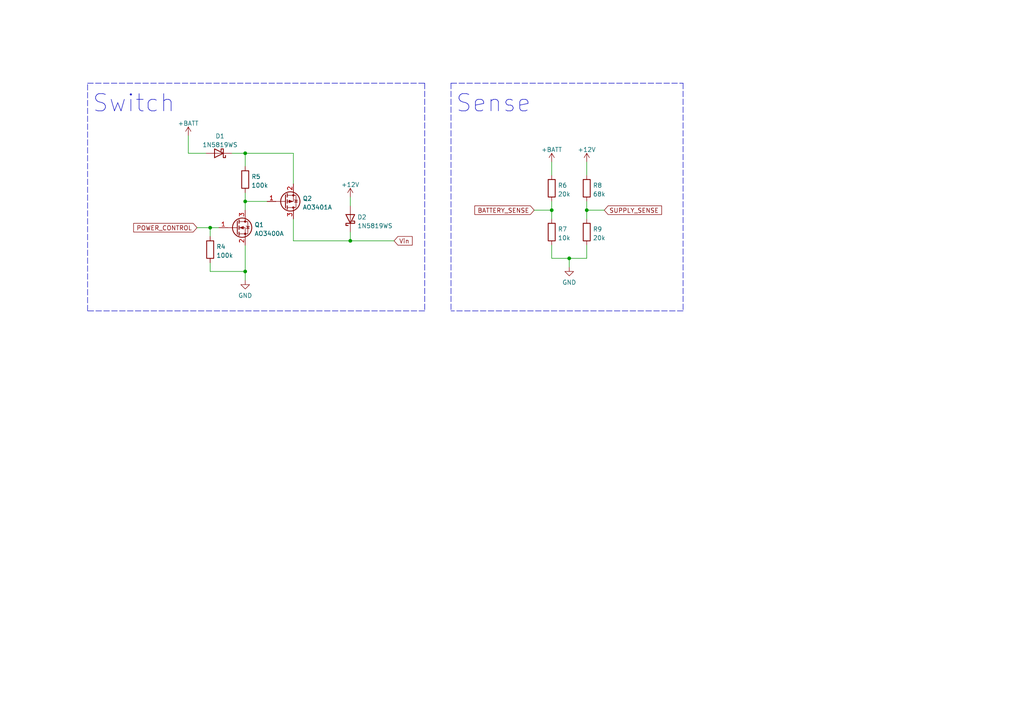
<source format=kicad_sch>
(kicad_sch (version 20211123) (generator eeschema)
  (paper "A4")
  (lib_symbols
    (symbol "Device:D_Schottky" (pin_numbers hide) (pin_names (offset 1.016) hide)
      (property "Reference" "D" (at 0 2.54 0))
      (property "Value" "D_Schottky" (at 0 -2.54 0))
      (symbol "D_Schottky_0_1"
        (polyline (pts (xy 1.27 0) (xy -1.27 0)))
        (polyline (pts (xy 1.27 1.27) (xy 1.27 -1.27) (xy -1.27 0) (xy 1.27 1.27)) (stroke (width 0.254)))
        (polyline (pts (xy -1.905 0.635) (xy -1.905 1.27) (xy -1.27 1.27) (xy -1.27 -1.27) (xy -0.635 -1.27) (xy -0.635 -0.635)) (stroke (width 0.254)))
      )
      (symbol "D_Schottky_1_1"
        (pin passive line (at -3.81 0 0) (length 2.54) (name "K") (number "1"))
        (pin passive line (at 3.81 0 180) (length 2.54) (name "A") (number "2"))
      )
    )
    (symbol "Device:R" (pin_numbers hide) (pin_names (offset 0))
      (property "Reference" "R" (at 2.032 0 90))
      (property "Value" "R" (at 0 0 90))
      (symbol "R_0_1"
        (rectangle (start -1.016 -2.54) (end 1.016 2.54) (stroke (width 0.254)))
      )
      (symbol "R_1_1"
        (pin passive line (at 0 3.81 270) (length 1.27) (name "~") (number "1"))
        (pin passive line (at 0 -3.81 90) (length 1.27) (name "~") (number "2"))
      )
    )
    (symbol "Transistor_FET:AO3400A" (pin_names hide)
      (property "Reference" "Q" (at 5.08 1.905 0))
      (property "Value" "AO3400A" (at 5.08 0 0))
      (symbol "AO3400A_0_1"
        (polyline (pts (xy 0.254 0) (xy -2.54 0)))
        (polyline (pts (xy 0.254 1.905) (xy 0.254 -1.905)) (stroke (width 0.254)))
        (polyline (pts (xy 0.762 -1.27) (xy 0.762 -2.286)) (stroke (width 0.254)))
        (polyline (pts (xy 0.762 0.508) (xy 0.762 -0.508)) (stroke (width 0.254)))
        (polyline (pts (xy 0.762 2.286) (xy 0.762 1.27)) (stroke (width 0.254)))
        (polyline (pts (xy 2.54 2.54) (xy 2.54 1.778)))
        (polyline (pts (xy 2.54 -2.54) (xy 2.54 0) (xy 0.762 0)))
        (polyline (pts (xy 0.762 -1.778) (xy 3.302 -1.778) (xy 3.302 1.778) (xy 0.762 1.778)))
        (polyline (pts (xy 1.016 0) (xy 2.032 0.381) (xy 2.032 -0.381) (xy 1.016 0)) (fill (type outline)))
        (polyline (pts (xy 2.794 0.508) (xy 2.921 0.381) (xy 3.683 0.381) (xy 3.81 0.254)))
        (polyline (pts (xy 3.302 0.381) (xy 2.921 -0.254) (xy 3.683 -0.254) (xy 3.302 0.381)))
        (circle (center 1.651 0) (radius 2.794) (stroke (width 0.254)))
        (circle (center 2.54 -1.778) (radius 0.254) (fill (type outline)))
        (circle (center 2.54 1.778) (radius 0.254) (fill (type outline)))
      )
      (symbol "AO3400A_1_1"
        (pin input line (at -5.08 0 0) (length 2.54) (name "G") (number "1"))
        (pin passive line (at 2.54 -5.08 90) (length 2.54) (name "S") (number "2"))
        (pin passive line (at 2.54 5.08 270) (length 2.54) (name "D") (number "3"))
      )
    )
    (symbol "Transistor_FET:AO3401A" (pin_names hide)
      (property "Reference" "Q" (at 5.08 1.905 0))
      (property "Value" "AO3401A" (at 5.08 0 0))
      (symbol "AO3401A_0_1"
        (polyline (pts (xy 0.254 0) (xy -2.54 0)))
        (polyline (pts (xy 0.254 1.905) (xy 0.254 -1.905)) (stroke (width 0.254)))
        (polyline (pts (xy 0.762 -1.27) (xy 0.762 -2.286)) (stroke (width 0.254)))
        (polyline (pts (xy 0.762 0.508) (xy 0.762 -0.508)) (stroke (width 0.254)))
        (polyline (pts (xy 0.762 2.286) (xy 0.762 1.27)) (stroke (width 0.254)))
        (polyline (pts (xy 2.54 2.54) (xy 2.54 1.778)))
        (polyline (pts (xy 2.54 -2.54) (xy 2.54 0) (xy 0.762 0)))
        (polyline (pts (xy 0.762 1.778) (xy 3.302 1.778) (xy 3.302 -1.778) (xy 0.762 -1.778)))
        (polyline (pts (xy 2.286 0) (xy 1.27 0.381) (xy 1.27 -0.381) (xy 2.286 0)) (fill (type outline)))
        (polyline (pts (xy 2.794 -0.508) (xy 2.921 -0.381) (xy 3.683 -0.381) (xy 3.81 -0.254)))
        (polyline (pts (xy 3.302 -0.381) (xy 2.921 0.254) (xy 3.683 0.254) (xy 3.302 -0.381)))
        (circle (center 1.651 0) (radius 2.794) (stroke (width 0.254)))
        (circle (center 2.54 -1.778) (radius 0.254) (fill (type outline)))
        (circle (center 2.54 1.778) (radius 0.254) (fill (type outline)))
      )
      (symbol "AO3401A_1_1"
        (pin input line (at -5.08 0 0) (length 2.54) (name "G") (number "1"))
        (pin passive line (at 2.54 -5.08 90) (length 2.54) (name "S") (number "2"))
        (pin passive line (at 2.54 5.08 270) (length 2.54) (name "D") (number "3"))
      )
    )
    (symbol "power:+12V" (power) (pin_names (offset 0))
      (property "Value" "+12V" (at 0 3.556 0))
      (symbol "+12V_0_1"
        (polyline (pts (xy -0.762 1.27) (xy 0 2.54)))
        (polyline (pts (xy 0 0) (xy 0 2.54)))
        (polyline (pts (xy 0 2.54) (xy 0.762 1.27)))
      )
      (symbol "+12V_1_1"
        (pin power_in line (at 0 0 90) (length 0) hide (name "+12V") (number "1"))
      )
    )
    (symbol "power:+BATT" (power) (pin_names (offset 0))
      (property "Value" "+BATT" (at 0 3.556 0))
      (symbol "+BATT_0_1"
        (polyline (pts (xy -0.762 1.27) (xy 0 2.54)))
        (polyline (pts (xy 0 0) (xy 0 2.54)))
        (polyline (pts (xy 0 2.54) (xy 0.762 1.27)))
      )
      (symbol "+BATT_1_1"
        (pin power_in line (at 0 0 90) (length 0) hide (name "+BATT") (number "1"))
      )
    )
    (symbol "power:GND" (power) (pin_names (offset 0))
      (property "Value" "GND" (at 0 -3.81 0))
      (symbol "GND_0_1"
        (polyline (pts (xy 0 0) (xy 0 -1.27) (xy 1.27 -1.27) (xy 0 -2.54) (xy -1.27 -1.27) (xy 0 -1.27)))
      )
      (symbol "GND_1_1"
        (pin power_in line (at 0 0 270) (length 0) hide (name "GND") (number "1"))
      )
    )
  )
  (junction (at 60.96 66.04))
  (junction (at 71.12 58.42))
  (junction (at 71.12 78.74))
  (junction (at 170.18 60.96))
  (junction (at 165.1 74.93))
  (junction (at 71.12 44.45))
  (junction (at 101.6 69.85))
  (junction (at 160.02 60.96))
  (wire (pts (xy 71.12 44.45) (xy 85.09 44.45)))
  (wire (pts (xy 160.02 74.93) (xy 165.1 74.93)))
  (polyline (pts (xy 198.12 90.17) (xy 130.81 90.17)))
  (wire (pts (xy 67.31 44.45) (xy 71.12 44.45)))
  (wire (pts (xy 71.12 44.45) (xy 71.12 48.26)))
  (wire (pts (xy 165.1 74.93) (xy 170.18 74.93)))
  (wire (pts (xy 71.12 58.42) (xy 77.47 58.42)))
  (wire (pts (xy 160.02 58.42) (xy 160.02 60.96)))
  (polyline (pts (xy 123.19 90.17) (xy 25.4 90.17)))
  (wire (pts (xy 170.18 71.12) (xy 170.18 74.93)))
  (wire (pts (xy 170.18 58.42) (xy 170.18 60.96)))
  (wire (pts (xy 71.12 58.42) (xy 71.12 60.96)))
  (wire (pts (xy 71.12 71.12) (xy 71.12 78.74)))
  (wire (pts (xy 101.6 67.31) (xy 101.6 69.85)))
  (wire (pts (xy 60.96 66.04) (xy 63.5 66.04)))
  (wire (pts (xy 170.18 60.96) (xy 170.18 63.5)))
  (wire (pts (xy 165.1 74.93) (xy 165.1 77.47)))
  (polyline (pts (xy 25.4 90.17) (xy 25.4 24.13)))
  (wire (pts (xy 71.12 78.74) (xy 71.12 81.28)))
  (wire (pts (xy 160.02 60.96) (xy 160.02 63.5)))
  (wire (pts (xy 54.61 39.37) (xy 54.61 44.45)))
  (wire (pts (xy 160.02 46.99) (xy 160.02 50.8)))
  (polyline (pts (xy 130.81 24.13) (xy 198.12 24.13)))
  (wire (pts (xy 60.96 68.58) (xy 60.96 66.04)))
  (wire (pts (xy 57.15 66.04) (xy 60.96 66.04)))
  (polyline (pts (xy 25.4 24.13) (xy 123.19 24.13)))
  (wire (pts (xy 85.09 63.5) (xy 85.09 69.85)))
  (wire (pts (xy 54.61 44.45) (xy 59.69 44.45)))
  (wire (pts (xy 60.96 78.74) (xy 71.12 78.74)))
  (wire (pts (xy 85.09 44.45) (xy 85.09 53.34)))
  (polyline (pts (xy 130.81 24.13) (xy 130.81 90.17)))
  (wire (pts (xy 101.6 57.15) (xy 101.6 59.69)))
  (wire (pts (xy 170.18 46.99) (xy 170.18 50.8)))
  (polyline (pts (xy 198.12 24.13) (xy 198.12 90.17)))
  (polyline (pts (xy 123.19 24.13) (xy 123.19 90.17)))
  (wire (pts (xy 85.09 69.85) (xy 101.6 69.85)))
  (wire (pts (xy 160.02 71.12) (xy 160.02 74.93)))
  (wire (pts (xy 170.18 60.96) (xy 175.26 60.96)))
  (wire (pts (xy 101.6 69.85) (xy 114.3 69.85)))
  (wire (pts (xy 71.12 55.88) (xy 71.12 58.42)))
  (wire (pts (xy 154.94 60.96) (xy 160.02 60.96)))
  (wire (pts (xy 60.96 76.2) (xy 60.96 78.74)))
  (text "Switch" (at 26.67 33.02 0) (effects (font (size 5 5)) (justify left bottom)))
  (text "Sense" (at 132.08 33.02 0) (effects (font (size 5 5)) (justify left bottom)))
  (global_label "SUPPLY_SENSE" (shape input) (at 175.26 60.96 0) (property "Intersheet References" "${INTERSHEET_REFS}" (effects hide)))
  (global_label "POWER_CONTROL" (shape input) (at 57.15 66.04 180) (property "Intersheet References" "${INTERSHEET_REFS}" (effects hide)))
  (global_label "Vin" (shape input) (at 114.3 69.85 0) (property "Intersheet References" "${INTERSHEET_REFS}" (effects hide)))
  (global_label "BATTERY_SENSE" (shape input) (at 154.94 60.96 180) (property "Intersheet References" "${INTERSHEET_REFS}" (effects hide)))
  (symbol (lib_id "Device:R") (at 160.02 67.31 0) (unit 1)
    (property "Reference" "R7" (at 161.798 66.4753 0) (effects (justify left)))
    (property "Value" "10k" (at 161.798 69.0122 0) (effects (justify left)))
    (property "Footprint" "Resistor_SMD:R_0402_1005Metric" (effects hide))
    (property "Datasheet" "https://datasheet.lcsc.com/lcsc/2110260030_UNI-ROYAL-Uniroyal-Elec-0402WGF1002TCE_C25744.pdf" (effects hide))
    (property "LCSC#" "C25744" (effects hide))
  )
  (symbol (lib_id "power:+12V") (at 170.18 46.99 0) (unit 1)
    (property "Reference" "#PWR018" (effects hide))
    (property "Value" "+12V" (at 170.18 43.4142 0))
  )
  (symbol (lib_id "Transistor_FET:AO3400A") (at 68.58 66.04 0) (unit 1)
    (property "Reference" "Q1" (at 73.787 65.2053 0) (effects (justify left)))
    (property "Value" "AO3400A" (at 73.787 67.7422 0) (effects (justify left)))
    (property "Footprint" "Package_TO_SOT_SMD:SOT-23" (effects hide))
    (property "Datasheet" "http://www.aosmd.com/pdfs/datasheet/AO3400A.pdf" (effects hide))
    (property "LCSC#" "C20917" (effects hide))
  )
  (symbol (lib_id "power:+BATT") (at 54.61 39.37 0) (unit 1)
    (property "Reference" "#PWR013" (effects hide))
    (property "Value" "+BATT" (at 54.61 35.7942 0))
  )
  (symbol (lib_id "Device:R") (at 60.96 72.39 0) (unit 1)
    (property "Reference" "R4" (at 62.738 71.5553 0) (effects (justify left)))
    (property "Value" "100k" (at 62.738 74.0922 0) (effects (justify left)))
    (property "Footprint" "Resistor_SMD:R_0402_1005Metric" (effects hide))
    (property "Datasheet" "https://datasheet.lcsc.com/lcsc/2110260030_UNI-ROYAL-Uniroyal-Elec-0402WGF1003TCE_C25741.pdf" (effects hide))
    (property "LCSC#" "C25741" (effects hide))
  )
  (symbol (lib_id "Device:R") (at 71.12 52.07 0) (unit 1)
    (property "Reference" "R5" (at 72.898 51.2353 0) (effects (justify left)))
    (property "Value" "100k" (at 72.898 53.7722 0) (effects (justify left)))
    (property "Footprint" "Resistor_SMD:R_0402_1005Metric" (effects hide))
    (property "Datasheet" "https://datasheet.lcsc.com/lcsc/2110260030_UNI-ROYAL-Uniroyal-Elec-0402WGF1003TCE_C25741.pdf" (effects hide))
    (property "LCSC#" "C25741" (effects hide))
  )
  (symbol (lib_id "power:+BATT") (at 160.02 46.99 0) (unit 1)
    (property "Reference" "#PWR016" (effects hide))
    (property "Value" "+BATT" (at 160.02 43.4142 0))
  )
  (symbol (lib_id "power:+12V") (at 101.6 57.15 0) (unit 1)
    (property "Reference" "#PWR015" (effects hide))
    (property "Value" "+12V" (at 101.6 53.5742 0))
  )
  (symbol (lib_id "Device:R") (at 160.02 54.61 0) (unit 1)
    (property "Reference" "R6" (at 161.798 53.7753 0) (effects (justify left)))
    (property "Value" "20k" (at 161.798 56.3122 0) (effects (justify left)))
    (property "Footprint" "Resistor_SMD:R_0402_1005Metric" (effects hide))
    (property "Datasheet" "https://datasheet.lcsc.com/lcsc/2110260030_UNI-ROYAL-Uniroyal-Elec-0402WGF2002TCE_C25765.pdf" (effects hide))
    (property "LCSC#" "C25765" (effects hide))
  )
  (symbol (lib_id "Transistor_FET:AO3401A") (at 82.55 58.42 0) (mirror x) (unit 1)
    (property "Reference" "Q2" (at 87.757 57.5853 0) (effects (justify left)))
    (property "Value" "AO3401A" (at 87.757 60.1222 0) (effects (justify left)))
    (property "Footprint" "Package_TO_SOT_SMD:SOT-23" (effects hide))
    (property "Datasheet" "http://www.aosmd.com/pdfs/datasheet/AO3401A.pdf" (effects hide))
    (property "LCSC#" "C15127" (effects hide))
  )
  (symbol (lib_id "power:GND") (at 165.1 77.47 0) (unit 1)
    (property "Reference" "#PWR017" (effects hide))
    (property "Value" "GND" (at 165.1 81.9134 0))
  )
  (symbol (lib_id "Device:D_Schottky") (at 101.6 63.5 90) (unit 1)
    (property "Reference" "D2" (at 103.632 62.9828 90) (effects (justify right)))
    (property "Value" "1N5819WS" (at 103.632 65.5197 90) (effects (justify right)))
    (property "Footprint" "Diode_SMD:D_SOD-323" (effects hide))
    (property "Datasheet" "https://datasheet.lcsc.com/lcsc/1810202112_Guangdong-Hottech-1N5819WS_C191023.pdf" (effects hide))
    (property "LCSC#" "C191023" (effects hide))
  )
  (symbol (lib_id "Device:D_Schottky") (at 63.5 44.45 180) (unit 1)
    (property "Reference" "D1" (at 63.8175 39.4802 0))
    (property "Value" "1N5819WS" (at 63.8175 42.0171 0))
    (property "Footprint" "Diode_SMD:D_SOD-323" (effects hide))
    (property "Datasheet" "https://datasheet.lcsc.com/lcsc/1810202112_Guangdong-Hottech-1N5819WS_C191023.pdf" (effects hide))
    (property "LCSC#" "C191023" (effects hide))
  )
  (symbol (lib_id "power:GND") (at 71.12 81.28 0) (unit 1)
    (property "Reference" "#PWR014" (effects hide))
    (property "Value" "GND" (at 71.12 85.7234 0))
  )
  (symbol (lib_id "Device:R") (at 170.18 67.31 0) (unit 1)
    (property "Reference" "R9" (at 171.958 66.4753 0) (effects (justify left)))
    (property "Value" "20k" (at 171.958 69.0122 0) (effects (justify left)))
    (property "Footprint" "Resistor_SMD:R_0402_1005Metric" (effects hide))
    (property "Datasheet" "https://datasheet.lcsc.com/lcsc/2110260030_UNI-ROYAL-Uniroyal-Elec-0402WGF2002TCE_C25765.pdf" (effects hide))
    (property "LCSC#" "C25765" (effects hide))
  )
  (symbol (lib_id "Device:R") (at 170.18 54.61 0) (unit 1)
    (property "Reference" "R8" (at 171.958 53.7753 0) (effects (justify left)))
    (property "Value" "68k" (at 171.958 56.3122 0) (effects (justify left)))
    (property "Footprint" "Resistor_SMD:R_0402_1005Metric" (effects hide))
    (property "Datasheet" "https://datasheet.lcsc.com/lcsc/2110260230_UNI-ROYAL-Uniroyal-Elec-0402WGF6802TCE_C36871.pdf" (effects hide))
    (property "LCSC#" "C36871" (effects hide))
  )
)
</source>
